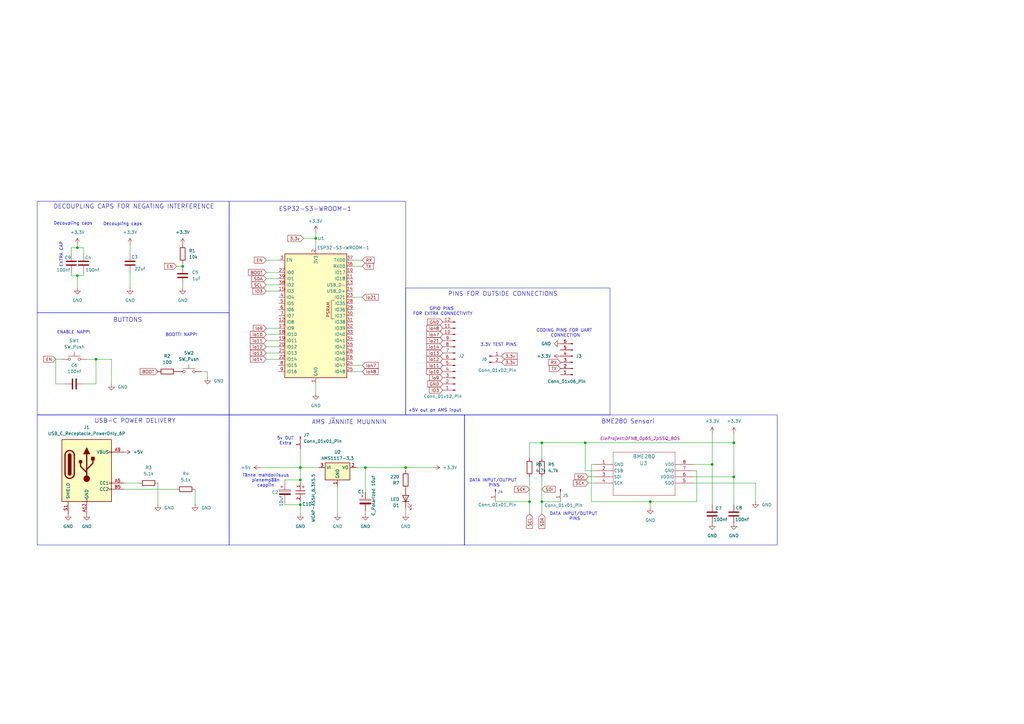
<source format=kicad_sch>
(kicad_sch (version 20250114) (generator "eeschema") (generator_version "9.0")
  (paper "A3")
  (title_block (title "WeatherStation") (date "25.03.2025") (rev "0.1.0") (company "Made by Ryhmä_8"))
  (lib_symbols
    (symbol "2025-03-25_15-26-30:BME280" (pin_names (offset 0.254))
      (property "Reference" "U" (at 20.32 10.16 0))
      (property "Value" "BME280" (at 20.32 7.62 0))
      (symbol "BME280_0_1"
        (polyline (pts (xy 7.62 5.08) (xy 7.62 -12.7)) (stroke (width 0.127)))
        (polyline (pts (xy 7.62 -12.7) (xy 33.02 -12.7)) (stroke (width 0.127)))
        (polyline (pts (xy 33.02 5.08) (xy 7.62 5.08)) (stroke (width 0.127)))
        (polyline (pts (xy 33.02 -12.7) (xy 33.02 5.08)) (stroke (width 0.127)))
        (pin power_out line (at 0 0 0) (length 7.62) (name "GND") (number "1"))
        (pin input line (at 0 -2.54 0) (length 7.62) (name "CSB") (number "2"))
        (pin bidirectional line (at 0 -5.08 0) (length 7.62) (name "SDI") (number "3"))
        (pin input line (at 0 -7.62 0) (length 7.62) (name "SCK") (number "4"))
        (pin power_in line (at 40.64 0 180) (length 7.62) (name "VDD") (number "8"))
        (pin power_out line (at 40.64 -2.54 180) (length 7.62) (name "GND") (number "7"))
        (pin power_in line (at 40.64 -5.08 180) (length 7.62) (name "VDDIO") (number "6"))
        (pin bidirectional line (at 40.64 -7.62 180) (length 7.62) (name "SDO") (number "5"))
      )
    )
    (symbol "Connector:Conn_01x01_Pin" (pin_names (offset 1.016) (hide yes))
      (property "Reference" "J" (at 0 2.54 0))
      (property "Value" "Conn_01x01_Pin" (at 0 -2.54 0))
      (symbol "Conn_01x01_Pin_1_1"
        (rectangle (start 0.8636 0.127) (end 0 -0.127) (stroke (width 0.1524)) (fill (type outline)))
        (polyline (pts (xy 1.27 0) (xy 0.8636 0)) (stroke (width 0.1524)))
        (pin passive line (at 5.08 0 180) (length 3.81) (name "Pin_1") (number "1"))
      )
    )
    (symbol "Connector:Conn_01x02_Pin" (pin_names (offset 1.016) (hide yes))
      (property "Reference" "J" (at 0 2.54 0))
      (property "Value" "Conn_01x02_Pin" (at 0 -5.08 0))
      (symbol "Conn_01x02_Pin_1_1"
        (rectangle (start 0.8636 0.127) (end 0 -0.127) (stroke (width 0.1524)) (fill (type outline)))
        (rectangle (start 0.8636 -2.413) (end 0 -2.667) (stroke (width 0.1524)) (fill (type outline)))
        (polyline (pts (xy 1.27 0) (xy 0.8636 0)) (stroke (width 0.1524)))
        (polyline (pts (xy 1.27 -2.54) (xy 0.8636 -2.54)) (stroke (width 0.1524)))
        (pin passive line (at 5.08 0 180) (length 3.81) (name "Pin_1") (number "1"))
        (pin passive line (at 5.08 -2.54 180) (length 3.81) (name "Pin_2") (number "2"))
      )
    )
    (symbol "Connector:Conn_01x06_Pin" (pin_names (offset 1.016) (hide yes))
      (property "Reference" "J" (at 0 7.62 0))
      (property "Value" "Conn_01x06_Pin" (at 0 -10.16 0))
      (symbol "Conn_01x06_Pin_1_1"
        (rectangle (start 0.8636 5.207) (end 0 4.953) (stroke (width 0.1524)) (fill (type outline)))
        (rectangle (start 0.8636 2.667) (end 0 2.413) (stroke (width 0.1524)) (fill (type outline)))
        (rectangle (start 0.8636 0.127) (end 0 -0.127) (stroke (width 0.1524)) (fill (type outline)))
        (rectangle (start 0.8636 -2.413) (end 0 -2.667) (stroke (width 0.1524)) (fill (type outline)))
        (rectangle (start 0.8636 -4.953) (end 0 -5.207) (stroke (width 0.1524)) (fill (type outline)))
        (rectangle (start 0.8636 -7.493) (end 0 -7.747) (stroke (width 0.1524)) (fill (type outline)))
        (polyline (pts (xy 1.27 5.08) (xy 0.8636 5.08)) (stroke (width 0.1524)))
        (polyline (pts (xy 1.27 2.54) (xy 0.8636 2.54)) (stroke (width 0.1524)))
        (polyline (pts (xy 1.27 0) (xy 0.8636 0)) (stroke (width 0.1524)))
        (polyline (pts (xy 1.27 -2.54) (xy 0.8636 -2.54)) (stroke (width 0.1524)))
        (polyline (pts (xy 1.27 -5.08) (xy 0.8636 -5.08)) (stroke (width 0.1524)))
        (polyline (pts (xy 1.27 -7.62) (xy 0.8636 -7.62)) (stroke (width 0.1524)))
        (pin passive line (at 5.08 5.08 180) (length 3.81) (name "Pin_1") (number "1"))
        (pin passive line (at 5.08 2.54 180) (length 3.81) (name "Pin_2") (number "2"))
        (pin passive line (at 5.08 0 180) (length 3.81) (name "Pin_3") (number "3"))
        (pin passive line (at 5.08 -2.54 180) (length 3.81) (name "Pin_4") (number "4"))
        (pin passive line (at 5.08 -5.08 180) (length 3.81) (name "Pin_5") (number "5"))
        (pin passive line (at 5.08 -7.62 180) (length 3.81) (name "Pin_6") (number "6"))
      )
    )
    (symbol "Connector:Conn_01x12_Pin" (pin_names (offset 1.016) (hide yes))
      (property "Reference" "J" (at 0 15.24 0))
      (property "Value" "Conn_01x12_Pin" (at 0 -17.78 0))
      (symbol "Conn_01x12_Pin_1_1"
        (rectangle (start 0.8636 12.827) (end 0 12.573) (stroke (width 0.1524)) (fill (type outline)))
        (rectangle (start 0.8636 10.287) (end 0 10.033) (stroke (width 0.1524)) (fill (type outline)))
        (rectangle (start 0.8636 7.747) (end 0 7.493) (stroke (width 0.1524)) (fill (type outline)))
        (rectangle (start 0.8636 5.207) (end 0 4.953) (stroke (width 0.1524)) (fill (type outline)))
        (rectangle (start 0.8636 2.667) (end 0 2.413) (stroke (width 0.1524)) (fill (type outline)))
        (rectangle (start 0.8636 0.127) (end 0 -0.127) (stroke (width 0.1524)) (fill (type outline)))
        (rectangle (start 0.8636 -2.413) (end 0 -2.667) (stroke (width 0.1524)) (fill (type outline)))
        (rectangle (start 0.8636 -4.953) (end 0 -5.207) (stroke (width 0.1524)) (fill (type outline)))
        (rectangle (start 0.8636 -7.493) (end 0 -7.747) (stroke (width 0.1524)) (fill (type outline)))
        (rectangle (start 0.8636 -10.033) (end 0 -10.287) (stroke (width 0.1524)) (fill (type outline)))
        (rectangle (start 0.8636 -12.573) (end 0 -12.827) (stroke (width 0.1524)) (fill (type outline)))
        (rectangle (start 0.8636 -15.113) (end 0 -15.367) (stroke (width 0.1524)) (fill (type outline)))
        (polyline (pts (xy 1.27 12.7) (xy 0.8636 12.7)) (stroke (width 0.1524)))
        (polyline (pts (xy 1.27 10.16) (xy 0.8636 10.16)) (stroke (width 0.1524)))
        (polyline (pts (xy 1.27 7.62) (xy 0.8636 7.62)) (stroke (width 0.1524)))
        (polyline (pts (xy 1.27 5.08) (xy 0.8636 5.08)) (stroke (width 0.1524)))
        (polyline (pts (xy 1.27 2.54) (xy 0.8636 2.54)) (stroke (width 0.1524)))
        (polyline (pts (xy 1.27 0) (xy 0.8636 0)) (stroke (width 0.1524)))
        (polyline (pts (xy 1.27 -2.54) (xy 0.8636 -2.54)) (stroke (width 0.1524)))
        (polyline (pts (xy 1.27 -5.08) (xy 0.8636 -5.08)) (stroke (width 0.1524)))
        (polyline (pts (xy 1.27 -7.62) (xy 0.8636 -7.62)) (stroke (width 0.1524)))
        (polyline (pts (xy 1.27 -10.16) (xy 0.8636 -10.16)) (stroke (width 0.1524)))
        (polyline (pts (xy 1.27 -12.7) (xy 0.8636 -12.7)) (stroke (width 0.1524)))
        (polyline (pts (xy 1.27 -15.24) (xy 0.8636 -15.24)) (stroke (width 0.1524)))
        (pin passive line (at 5.08 12.7 180) (length 3.81) (name "Pin_1") (number "1"))
        (pin passive line (at 5.08 10.16 180) (length 3.81) (name "Pin_2") (number "2"))
        (pin passive line (at 5.08 7.62 180) (length 3.81) (name "Pin_3") (number "3"))
        (pin passive line (at 5.08 5.08 180) (length 3.81) (name "Pin_4") (number "4"))
        (pin passive line (at 5.08 2.54 180) (length 3.81) (name "Pin_5") (number "5"))
        (pin passive line (at 5.08 0 180) (length 3.81) (name "Pin_6") (number "6"))
        (pin passive line (at 5.08 -2.54 180) (length 3.81) (name "Pin_7") (number "7"))
        (pin passive line (at 5.08 -5.08 180) (length 3.81) (name "Pin_8") (number "8"))
        (pin passive line (at 5.08 -7.62 180) (length 3.81) (name "Pin_9") (number "9"))
        (pin passive line (at 5.08 -10.16 180) (length 3.81) (name "Pin_10") (number "10"))
        (pin passive line (at 5.08 -12.7 180) (length 3.81) (name "Pin_11") (number "11"))
        (pin passive line (at 5.08 -15.24 180) (length 3.81) (name "Pin_12") (number "12"))
      )
    )
    (symbol "Connector:USB_C_Receptacle_PowerOnly_6P" (pin_names (offset 1.016))
      (property "Reference" "J" (at 0 16.51 0))
      (property "Value" "USB_C_Receptacle_PowerOnly_6P" (at 0 13.97 0))
      (symbol "USB_C_Receptacle_PowerOnly_6P_0_0"
        (rectangle (start -0.254 -12.7) (end 0.254 -11.684))
        (rectangle (start 10.16 7.874) (end 9.144 7.366))
        (rectangle (start 10.16 -4.826) (end 9.144 -5.334))
        (rectangle (start 10.16 -7.366) (end 9.144 -7.874))
      )
      (symbol "USB_C_Receptacle_PowerOnly_6P_0_1"
        (rectangle (start -10.16 12.7) (end 10.16 -12.7) (stroke (width 0.254)) (fill (type background)))
        (polyline (pts (xy -8.89 -1.27) (xy -8.89 6.35)) (stroke (width 0.508)))
        (rectangle (start -7.62 -1.27) (end -6.35 6.35) (stroke (width 0.254)) (fill (type outline)))
        (arc (start -7.62 6.35) (mid -6.985 6.9823) (end -6.35 6.35) (stroke (width 0.254)))
        (arc (start -7.62 6.35) (mid -6.985 6.9823) (end -6.35 6.35) (stroke (width 0.254)) (fill (type outline)))
        (arc (start -8.89 6.35) (mid -6.985 8.2467) (end -5.08 6.35) (stroke (width 0.508)))
        (arc (start -5.08 -1.27) (mid -6.985 -3.1667) (end -8.89 -1.27) (stroke (width 0.508)))
        (arc (start -6.35 -1.27) (mid -6.985 -1.9023) (end -7.62 -1.27) (stroke (width 0.254)))
        (arc (start -6.35 -1.27) (mid -6.985 -1.9023) (end -7.62 -1.27) (stroke (width 0.254)) (fill (type outline)))
        (polyline (pts (xy -5.08 6.35) (xy -5.08 -1.27)) (stroke (width 0.508)))
        (circle (center -2.54 3.683) (radius 0.635) (stroke (width 0.254)) (fill (type outline)))
        (polyline (pts (xy -1.27 6.858) (xy 0 9.398) (xy 1.27 6.858) (xy -1.27 6.858)) (stroke (width 0.254)) (fill (type outline)))
        (polyline (pts (xy 0 0.508) (xy 2.54 3.048) (xy 2.54 4.318)) (stroke (width 0.508)))
        (polyline (pts (xy 0 -0.762) (xy -2.54 1.778) (xy -2.54 3.048)) (stroke (width 0.508)))
        (polyline (pts (xy 0 -3.302) (xy 0 6.858)) (stroke (width 0.508)))
        (circle (center 0 -3.302) (radius 1.27) (fill (type outline)))
        (rectangle (start 1.905 4.318) (end 3.175 5.588) (stroke (width 0.254)) (fill (type outline)))
      )
      (symbol "USB_C_Receptacle_PowerOnly_6P_1_1"
        (pin passive line (at -7.62 -17.78 90) (length 5.08) (name "SHIELD") (number "S1"))
        (pin passive line (at 0 -17.78 90) (length 5.08) (name "GND") (number "A12"))
        (pin passive line (at 0 -17.78 90) (length 5.08) (hide yes) (name "GND") (number "B12"))
        (pin passive line (at 15.24 7.62 180) (length 5.08) (name "VBUS") (number "A9"))
        (pin passive line (at 15.24 7.62 180) (length 5.08) (hide yes) (name "VBUS") (number "B9"))
        (pin bidirectional line (at 15.24 -5.08 180) (length 5.08) (name "CC1") (number "A5"))
        (pin bidirectional line (at 15.24 -7.62 180) (length 5.08) (name "CC2") (number "B5"))
      )
    )
    (symbol "Device:C" (pin_numbers (hide yes)) (pin_names (offset 0.254))
      (property "Reference" "C" (at 0.635 2.54 0))
      (property "Value" "C" (at 0.635 -2.54 0))
      (symbol "C_0_1"
        (polyline (pts (xy -2.032 0.762) (xy 2.032 0.762)) (stroke (width 0.508)))
        (polyline (pts (xy -2.032 -0.762) (xy 2.032 -0.762)) (stroke (width 0.508)))
      )
      (symbol "C_1_1"
        (pin passive line (at 0 3.81 270) (length 2.794) (name "~") (number "1"))
        (pin passive line (at 0 -3.81 90) (length 2.794) (name "~") (number "2"))
      )
    )
    (symbol "Device:C_Polarized" (pin_numbers (hide yes)) (pin_names (offset 0.254))
      (property "Reference" "C" (at 0.635 2.54 0))
      (property "Value" "C_Polarized" (at 0.635 -2.54 0))
      (symbol "C_Polarized_0_1"
        (rectangle (start -2.286 0.508) (end 2.286 1.016))
        (polyline (pts (xy -1.778 2.286) (xy -0.762 2.286)))
        (polyline (pts (xy -1.27 2.794) (xy -1.27 1.778)))
        (rectangle (start 2.286 -0.508) (end -2.286 -1.016) (fill (type outline)))
      )
      (symbol "C_Polarized_1_1"
        (pin passive line (at 0 3.81 270) (length 2.794) (name "~") (number "1"))
        (pin passive line (at 0 -3.81 90) (length 2.794) (name "~") (number "2"))
      )
    )
    (symbol "Device:LED" (pin_numbers (hide yes)) (pin_names (offset 1.016) (hide yes))
      (property "Reference" "D" (at 0 2.54 0))
      (property "Value" "LED" (at 0 -2.54 0))
      (symbol "LED_0_1"
        (polyline (pts (xy -3.048 -0.762) (xy -4.572 -2.286) (xy -3.81 -2.286) (xy -4.572 -2.286) (xy -4.572 -1.524)))
        (polyline (pts (xy -1.778 -0.762) (xy -3.302 -2.286) (xy -2.54 -2.286) (xy -3.302 -2.286) (xy -3.302 -1.524)))
        (polyline (pts (xy -1.27 0) (xy 1.27 0)))
        (polyline (pts (xy -1.27 -1.27) (xy -1.27 1.27)) (stroke (width 0.254)))
        (polyline (pts (xy 1.27 -1.27) (xy 1.27 1.27) (xy -1.27 0) (xy 1.27 -1.27)) (stroke (width 0.254)))
      )
      (symbol "LED_1_1"
        (pin passive line (at -3.81 0 0) (length 2.54) (name "K") (number "1"))
        (pin passive line (at 3.81 0 180) (length 2.54) (name "A") (number "2"))
      )
    )
    (symbol "Device:R" (pin_numbers (hide yes)) (pin_names (offset 0))
      (property "Reference" "R" (at 2.032 0 90))
      (property "Value" "R" (at 0 0 90))
      (symbol "R_0_1"
        (rectangle (start -1.016 -2.54) (end 1.016 2.54) (stroke (width 0.254)))
      )
      (symbol "R_1_1"
        (pin passive line (at 0 3.81 270) (length 1.27) (name "~") (number "1"))
        (pin passive line (at 0 -3.81 90) (length 1.27) (name "~") (number "2"))
      )
    )
    (symbol "EleProjekt:WCAP-AS5H_6.3X5.5" (pin_names (offset 1.016))
      (property "Reference" "C" (at 1.175 3.38 0))
      (property "Value" "WCAP-AS5H_6.3X5.5" (at 0.915 -5.075 0))
      (symbol "WCAP-AS5H_6.3X5.5_0_0"
        (polyline (pts (xy 0 0) (xy 0.6426 0)) (stroke (width 0.1524)))
        (polyline (pts (xy 0.635 -1.905) (xy 0.635 1.905)) (stroke (width 0.254)))
        (polyline (pts (xy 1.905 1.905) (xy 1.905 -1.905)) (stroke (width 0.254)))
        (polyline (pts (xy 1.9279 0) (xy 2.5705 0)) (stroke (width 0.1524)))
        (text "+" (at 2.54 -1.905 0) (effects (font (size 1.4224 1.4224)) (justify left bottom)))
        (pin passive line (at -2.54 0 0) (length 2.54) (name "~") (number "2"))
        (pin passive line (at 5.08 0 180) (length 2.54) (name "~") (number "1"))
      )
    )
    (symbol "RF_Module:ESP32-S3-WROOM-1"
      (property "Reference" "U" (at -12.7 26.67 0))
      (property "Value" "ESP32-S3-WROOM-1" (at 12.7 26.67 0))
      (symbol "ESP32-S3-WROOM-1_0_0"
        (rectangle (start -12.7 25.4) (end 12.7 -25.4) (stroke (width 0.254)) (fill (type background)))
        (text "PSRAM" (at 5.08 2.54 900) (effects (font (size 1.27 1.27))))
      )
      (symbol "ESP32-S3-WROOM-1_0_1"
        (polyline (pts (xy 7.62 -1.27) (xy 6.35 -1.27) (xy 6.35 6.35) (xy 7.62 6.35)))
      )
      (symbol "ESP32-S3-WROOM-1_1_1"
        (pin input line (at -15.24 22.86 0) (length 2.54) (name "EN") (number "3"))
        (pin bidirectional line (at -15.24 17.78 0) (length 2.54) (name "IO0") (number "27"))
        (pin bidirectional line (at -15.24 15.24 0) (length 2.54) (name "IO1") (number "39"))
        (pin bidirectional line (at -15.24 12.7 0) (length 2.54) (name "IO2") (number "38"))
        (pin bidirectional line (at -15.24 10.16 0) (length 2.54) (name "IO3") (number "15"))
        (pin bidirectional line (at -15.24 7.62 0) (length 2.54) (name "IO4") (number "4"))
        (pin bidirectional line (at -15.24 5.08 0) (length 2.54) (name "IO5") (number "5"))
        (pin bidirectional line (at -15.24 2.54 0) (length 2.54) (name "IO6") (number "6"))
        (pin bidirectional line (at -15.24 0 0) (length 2.54) (name "IO7") (number "7"))
        (pin bidirectional line (at -15.24 -2.54 0) (length 2.54) (name "IO8") (number "12"))
        (pin bidirectional line (at -15.24 -5.08 0) (length 2.54) (name "IO9") (number "17"))
        (pin bidirectional line (at -15.24 -7.62 0) (length 2.54) (name "IO10") (number "18"))
        (pin bidirectional line (at -15.24 -10.16 0) (length 2.54) (name "IO11") (number "19"))
        (pin bidirectional line (at -15.24 -12.7 0) (length 2.54) (name "IO12") (number "20"))
        (pin bidirectional line (at -15.24 -15.24 0) (length 2.54) (name "IO13") (number "21"))
        (pin bidirectional line (at -15.24 -17.78 0) (length 2.54) (name "IO14") (number "22"))
        (pin bidirectional line (at -15.24 -20.32 0) (length 2.54) (name "IO15") (number "8"))
        (pin bidirectional line (at -15.24 -22.86 0) (length 2.54) (name "IO16") (number "9"))
        (pin power_in line (at 0 27.94 270) (length 2.54) (name "3V3") (number "2"))
        (pin power_in line (at 0 -27.94 90) (length 2.54) (name "GND") (number "1"))
        (pin passive line (at 0 -27.94 90) (length 2.54) (hide yes) (name "GND") (number "40"))
        (pin passive line (at 0 -27.94 90) (length 2.54) (hide yes) (name "GND") (number "41"))
        (pin bidirectional line (at 15.24 22.86 180) (length 2.54) (name "TXD0") (number "37"))
        (pin bidirectional line (at 15.24 20.32 180) (length 2.54) (name "RXD0") (number "36"))
        (pin bidirectional line (at 15.24 17.78 180) (length 2.54) (name "IO17") (number "10"))
        (pin bidirectional line (at 15.24 15.24 180) (length 2.54) (name "IO18") (number "11"))
        (pin bidirectional line (at 15.24 12.7 180) (length 2.54) (name "USB_D-") (number "13"))
        (pin bidirectional line (at 15.24 10.16 180) (length 2.54) (name "USB_D+") (number "14"))
        (pin bidirectional line (at 15.24 7.62 180) (length 2.54) (name "IO21") (number "23"))
        (pin bidirectional line (at 15.24 5.08 180) (length 2.54) (name "IO35") (number "28"))
        (pin bidirectional line (at 15.24 2.54 180) (length 2.54) (name "IO36") (number "29"))
        (pin bidirectional line (at 15.24 0 180) (length 2.54) (name "IO37") (number "30"))
        (pin bidirectional line (at 15.24 -2.54 180) (length 2.54) (name "IO38") (number "31"))
        (pin bidirectional line (at 15.24 -5.08 180) (length 2.54) (name "IO39") (number "32"))
        (pin bidirectional line (at 15.24 -7.62 180) (length 2.54) (name "IO40") (number "33"))
        (pin bidirectional line (at 15.24 -10.16 180) (length 2.54) (name "IO41") (number "34"))
        (pin bidirectional line (at 15.24 -12.7 180) (length 2.54) (name "IO42") (number "35"))
        (pin bidirectional line (at 15.24 -15.24 180) (length 2.54) (name "IO45") (number "26"))
        (pin bidirectional line (at 15.24 -17.78 180) (length 2.54) (name "IO46") (number "16"))
        (pin bidirectional line (at 15.24 -20.32 180) (length 2.54) (name "IO47") (number "24"))
        (pin bidirectional line (at 15.24 -22.86 180) (length 2.54) (name "IO48") (number "25"))
      )
    )
    (symbol "Regulator_Linear:AMS1117-3.3"
      (property "Reference" "U" (at -3.81 3.175 0))
      (property "Value" "AMS1117-3.3" (at 0 3.175 0))
      (symbol "AMS1117-3.3_0_1"
        (rectangle (start -5.08 -5.08) (end 5.08 1.905) (stroke (width 0.254)) (fill (type background)))
      )
      (symbol "AMS1117-3.3_1_1"
        (pin power_in line (at -7.62 0 0) (length 2.54) (name "VI") (number "3"))
        (pin power_in line (at 0 -7.62 90) (length 2.54) (name "GND") (number "1"))
        (pin power_out line (at 7.62 0 180) (length 2.54) (name "VO") (number "2"))
      )
    )
    (symbol "Switch:SW_Push" (pin_numbers (hide yes)) (pin_names (offset 1.016) (hide yes))
      (property "Reference" "SW" (at 1.27 2.54 0))
      (property "Value" "SW_Push" (at 0 -1.524 0))
      (symbol "SW_Push_0_1"
        (circle (center -2.032 0) (radius 0.508))
        (polyline (pts (xy 0 1.27) (xy 0 3.048)))
        (circle (center 2.032 0) (radius 0.508))
        (polyline (pts (xy 2.54 1.27) (xy -2.54 1.27)))
        (pin passive line (at -5.08 0 0) (length 2.54) (name "1") (number "1"))
        (pin passive line (at 5.08 0 180) (length 2.54) (name "2") (number "2"))
      )
    )
    (symbol "power:+3.3V" (power) (pin_numbers (hide yes)) (pin_names (offset 0) (hide yes))
      (property "Value" "+3.3V" (at 0 3.556 0))
      (symbol "+3.3V_0_1"
        (polyline (pts (xy -0.762 1.27) (xy 0 2.54)))
        (polyline (pts (xy 0 2.54) (xy 0.762 1.27)))
        (polyline (pts (xy 0 0) (xy 0 2.54)))
      )
      (symbol "+3.3V_1_1"
        (pin power_in line (at 0 0 90) (length 0) (name "~") (number "1"))
      )
    )
    (symbol "power:+5V" (power) (pin_numbers (hide yes)) (pin_names (offset 0) (hide yes))
      (property "Value" "+5V" (at 0 3.556 0))
      (symbol "+5V_0_1"
        (polyline (pts (xy -0.762 1.27) (xy 0 2.54)))
        (polyline (pts (xy 0 2.54) (xy 0.762 1.27)))
        (polyline (pts (xy 0 0) (xy 0 2.54)))
      )
      (symbol "+5V_1_1"
        (pin power_in line (at 0 0 90) (length 0) (name "~") (number "1"))
      )
    )
    (symbol "power:GND" (power) (pin_numbers (hide yes)) (pin_names (offset 0) (hide yes))
      (property "Value" "GND" (at 0 -3.81 0))
      (symbol "GND_0_1"
        (polyline (pts (xy 0 0) (xy 0 -1.27) (xy 1.27 -1.27) (xy 0 -2.54) (xy -1.27 -1.27) (xy 0 -1.27)))
      )
      (symbol "GND_1_1"
        (pin power_in line (at 0 0 270) (length 0) (name "~") (number "1"))
      )
    )
  )
  (rectangle (start 15.24 82.55) (end 93.98 128.27))
  (rectangle (start 15.24 170.18) (end 93.98 223.52))
  (rectangle (start 166.37 118.11) (end 250.19 170.18))
  (rectangle (start 15.24 128.27) (end 93.98 170.18))
  (rectangle (start 93.98 170.18) (end 190.5 223.52))
  (rectangle (start 190.5 170.18) (end 318.77 223.52))
  (rectangle (start 93.98 82.55) (end 166.37 170.18))
  (text "BME280 Sensori\n" (at 257.556 172.974 0) (effects (font (size 1.778 1.778))))
  (text "Tänne mahdollisuus\npienempään\ncappiin\n" (at 108.966 197.104 0) (effects (font (size 1.27 1.27))))
  (text "DATA INPUT/OUTPUT \nPINS" (at 235.712 211.836 0) (effects (font (size 1.27 1.27))))
  (text "DATA INPUT/OUTPUT \nPINS" (at 202.692 198.12 0) (effects (font (size 1.27 1.27))))
  (text "EXTRA CAP\n" (at 25.146 104.394 90) (effects (font (size 1.27 1.27))))
  (text "Decoupling caps\n" (at 29.972 91.694 0) (effects (font (size 1.27 1.27))))
  (text "5v OUT\nExtra" (at 117.094 180.848 0) (effects (font (size 1.27 1.27))))
  (text "GPIO PINS \nFOR EXTRA CONNECTIVITY" (at 181.61 127.762 0) (effects (font (size 1.27 1.27))))
  (text "USB-C POWER DELIVERY" (at 55.372 172.72 0) (effects (font (size 1.778 1.778))))
  (text "3.3V TEST PINS" (at 204.47 141.478 0) (effects (font (size 1.27 1.27))))
  (text "DECOUPLING CAPS FOR NEGATING INTERFERENCE" (at 54.864 84.836 0) (effects (font (size 1.778 1.778))))
  (text "ENABLE NAPPI" (at 30.226 136.398 0) (effects (font (size 1.27 1.27))))
  (text "Decoupling caps\n" (at 50.292 91.948 0) (effects (font (size 1.27 1.27))))
  (text "+5V out on AMS input" (at 178.308 168.402 0) (effects (font (size 1.27 1.27))))
  (text "PINS FOR OUTSIDE CONNECTIONS\n" (at 206.248 120.65 0) (effects (font (size 1.778 1.778))))
  (text "BUTTONS\n" (at 52.324 131.318 0) (effects (font (size 1.778 1.778))))
  (text "ESP32-S3-WROOM-1" (at 129.286 85.852 0) (effects (font (size 1.778 1.778))))
  (text "BOOTTI NAPPI" (at 74.422 137.414 0) (effects (font (size 1.27 1.27))))
  (text "AMS JÄNNITE MUUNNIN\n" (at 143.256 173.228 0) (effects (font (size 1.778 1.778))))
  (text "CODING PINS FOR UART \nCONNECTION" (at 231.902 136.652 0) (effects (font (size 1.27 1.27))))
  (junction (at 129.54 97.79))
  (junction (at 217.17 205.74))
  (junction (at 266.7 205.74))
  (junction (at 240.03 181.61))
  (junction (at 292.1 190.5))
  (junction (at 74.93 109.22))
  (junction (at 31.75 101.6))
  (junction (at 31.75 113.03))
  (junction (at 300.99 195.58))
  (junction (at 166.37 191.77))
  (junction (at 222.25 205.74))
  (junction (at 300.99 181.61))
  (junction (at 123.19 196.85))
  (junction (at 39.37 147.32))
  (junction (at 123.19 207.01))
  (junction (at 149.86 191.77))
  (junction (at 123.19 191.77))
  (junction (at 222.25 181.61))
  (wire (pts (xy 116.84 198.12) (xy 116.84 196.85)))
  (wire (pts (xy 166.37 210.82) (xy 166.37 208.28)))
  (wire (pts (xy 148.59 121.92) (xy 144.78 121.92)))
  (wire (pts (xy 284.48 195.58) (xy 300.99 195.58)))
  (wire (pts (xy 148.59 109.22) (xy 144.78 109.22)))
  (wire (pts (xy 109.22 111.76) (xy 114.3 111.76)))
  (wire (pts (xy 109.22 134.62) (xy 114.3 134.62)))
  (wire (pts (xy 53.34 111.76) (xy 53.34 118.11)))
  (wire (pts (xy 34.29 101.6) (xy 34.29 104.14)))
  (wire (pts (xy 166.37 191.77) (xy 177.8 191.77)))
  (wire (pts (xy 80.01 207.01) (xy 80.01 200.66)))
  (wire (pts (xy 116.84 207.01) (xy 123.19 207.01)))
  (wire (pts (xy 123.19 196.85) (xy 123.19 198.12)))
  (wire (pts (xy 116.84 196.85) (xy 123.19 196.85)))
  (wire (pts (xy 109.22 137.16) (xy 114.3 137.16)))
  (wire (pts (xy 129.54 97.79) (xy 129.54 101.6)))
  (wire (pts (xy 129.54 157.48) (xy 129.54 161.29)))
  (wire (pts (xy 109.22 147.32) (xy 114.3 147.32)))
  (wire (pts (xy 266.7 205.74) (xy 266.7 208.28)))
  (wire (pts (xy 50.8 198.12) (xy 57.15 198.12)))
  (wire (pts (xy 22.86 157.48) (xy 22.86 147.32)))
  (wire (pts (xy 35.56 147.32) (xy 39.37 147.32)))
  (wire (pts (xy 148.59 149.86) (xy 144.78 149.86)))
  (wire (pts (xy 116.84 205.74) (xy 116.84 207.01)))
  (wire (pts (xy 309.88 198.12) (xy 284.48 198.12)))
  (wire (pts (xy 149.86 209.55) (xy 149.86 210.82)))
  (wire (pts (xy 109.22 119.38) (xy 114.3 119.38)))
  (wire (pts (xy 243.84 193.04) (xy 240.03 193.04)))
  (wire (pts (xy 123.19 205.74) (xy 123.19 207.01)))
  (wire (pts (xy 284.48 193.04) (xy 285.75 193.04)))
  (wire (pts (xy 34.29 113.03) (xy 34.29 111.76)))
  (wire (pts (xy 146.05 191.77) (xy 149.86 191.77)))
  (wire (pts (xy 222.25 205.74) (xy 229.87 205.74)))
  (wire (pts (xy 222.25 205.74) (xy 222.25 210.82)))
  (wire (pts (xy 85.09 154.94) (xy 85.09 152.4)))
  (wire (pts (xy 31.75 113.03) (xy 34.29 113.03)))
  (wire (pts (xy 109.22 139.7) (xy 114.3 139.7)))
  (wire (pts (xy 242.57 205.74) (xy 266.7 205.74)))
  (wire (pts (xy 300.99 195.58) (xy 300.99 207.01)))
  (wire (pts (xy 217.17 181.61) (xy 222.25 181.61)))
  (wire (pts (xy 166.37 193.04) (xy 166.37 191.77)))
  (wire (pts (xy 217.17 205.74) (xy 217.17 210.82)))
  (wire (pts (xy 74.93 118.11) (xy 74.93 116.84)))
  (wire (pts (xy 72.39 109.22) (xy 74.93 109.22)))
  (wire (pts (xy 203.2 205.74) (xy 217.17 205.74)))
  (wire (pts (xy 123.19 184.15) (xy 123.19 191.77)))
  (wire (pts (xy 149.86 191.77) (xy 149.86 201.93)))
  (wire (pts (xy 109.22 106.68) (xy 114.3 106.68)))
  (wire (pts (xy 31.75 113.03) (xy 31.75 118.11)))
  (wire (pts (xy 240.03 181.61) (xy 240.03 193.04)))
  (wire (pts (xy 123.19 207.01) (xy 123.19 210.82)))
  (wire (pts (xy 222.25 181.61) (xy 240.03 181.61)))
  (wire (pts (xy 124.46 97.79) (xy 129.54 97.79)))
  (wire (pts (xy 138.43 199.39) (xy 138.43 210.82)))
  (wire (pts (xy 29.21 101.6) (xy 31.75 101.6)))
  (wire (pts (xy 85.09 152.4) (xy 82.55 152.4)))
  (wire (pts (xy 50.8 200.66) (xy 72.39 200.66)))
  (wire (pts (xy 53.34 100.33) (xy 53.34 104.14)))
  (wire (pts (xy 45.72 157.48) (xy 45.72 147.32)))
  (wire (pts (xy 123.19 191.77) (xy 123.19 196.85)))
  (wire (pts (xy 300.99 181.61) (xy 300.99 195.58)))
  (wire (pts (xy 241.3 198.12) (xy 243.84 198.12)))
  (wire (pts (xy 309.88 205.74) (xy 309.88 198.12)))
  (wire (pts (xy 34.29 157.48) (xy 39.37 157.48)))
  (wire (pts (xy 285.75 193.04) (xy 285.75 205.74)))
  (wire (pts (xy 109.22 116.84) (xy 114.3 116.84)))
  (wire (pts (xy 74.93 107.95) (xy 74.93 109.22)))
  (wire (pts (xy 300.99 177.8) (xy 300.99 181.61)))
  (wire (pts (xy 149.86 191.77) (xy 166.37 191.77)))
  (wire (pts (xy 39.37 157.48) (xy 39.37 147.32)))
  (wire (pts (xy 222.25 181.61) (xy 222.25 187.96)))
  (wire (pts (xy 222.25 195.58) (xy 222.25 205.74)))
  (wire (pts (xy 26.67 157.48) (xy 22.86 157.48)))
  (wire (pts (xy 292.1 177.8) (xy 292.1 190.5)))
  (wire (pts (xy 123.19 191.77) (xy 130.81 191.77)))
  (wire (pts (xy 148.59 152.4) (xy 144.78 152.4)))
  (wire (pts (xy 217.17 181.61) (xy 217.17 187.96)))
  (wire (pts (xy 284.48 190.5) (xy 292.1 190.5)))
  (wire (pts (xy 241.3 195.58) (xy 243.84 195.58)))
  (wire (pts (xy 45.72 147.32) (xy 39.37 147.32)))
  (wire (pts (xy 242.57 205.74) (xy 242.57 190.5)))
  (wire (pts (xy 240.03 181.61) (xy 300.99 181.61)))
  (wire (pts (xy 64.77 207.01) (xy 64.77 198.12)))
  (wire (pts (xy 292.1 190.5) (xy 292.1 207.01)))
  (wire (pts (xy 109.22 142.24) (xy 114.3 142.24)))
  (wire (pts (xy 29.21 104.14) (xy 29.21 101.6)))
  (wire (pts (xy 22.86 147.32) (xy 25.4 147.32)))
  (wire (pts (xy 29.21 113.03) (xy 31.75 113.03)))
  (wire (pts (xy 31.75 100.33) (xy 31.75 101.6)))
  (wire (pts (xy 148.59 106.68) (xy 144.78 106.68)))
  (wire (pts (xy 109.22 144.78) (xy 114.3 144.78)))
  (wire (pts (xy 29.21 111.76) (xy 29.21 113.03)))
  (wire (pts (xy 217.17 195.58) (xy 217.17 205.74)))
  (wire (pts (xy 266.7 205.74) (xy 285.75 205.74)))
  (wire (pts (xy 31.75 101.6) (xy 34.29 101.6)))
  (wire (pts (xy 129.54 95.25) (xy 129.54 97.79)))
  (wire (pts (xy 242.57 190.5) (xy 243.84 190.5)))
  (wire (pts (xy 106.68 191.77) (xy 123.19 191.77)))
  (wire (pts (xy 109.22 114.3) (xy 114.3 114.3)))
  (global_label "io11" (shape input) (at 109.22 139.7 180) (property "Intersheetrefs" "${INTERSHEET_REFS}" (effects (hide yes))))
  (global_label "io10" (shape input) (at 109.22 137.16 180) (property "Intersheetrefs" "${INTERSHEET_REFS}" (effects (hide yes))))
  (global_label "RX" (shape input) (at 148.59 106.68 0) (property "Intersheetrefs" "${INTERSHEET_REFS}" (effects (hide yes))))
  (global_label "RX" (shape input) (at 229.87 148.59 180) (property "Intersheetrefs" "${INTERSHEET_REFS}" (effects (hide yes))))
  (global_label "io12" (shape input) (at 109.22 142.24 180) (property "Intersheetrefs" "${INTERSHEET_REFS}" (effects (hide yes))))
  (global_label "TX" (shape input) (at 229.87 151.13 180) (property "Intersheetrefs" "${INTERSHEET_REFS}" (effects (hide yes))))
  (global_label "SDI" (shape input) (at 241.3 195.58 180) (property "Intersheetrefs" "${INTERSHEET_REFS}" (effects (hide yes))))
  (global_label "IO3" (shape input) (at 181.61 160.02 180) (property "Intersheetrefs" "${INTERSHEET_REFS}" (effects (hide yes))))
  (global_label "EN" (shape input) (at 72.39 109.22 180) (property "Intersheetrefs" "${INTERSHEET_REFS}" (effects (hide yes))))
  (global_label "GND" (shape input) (at 181.61 157.48 180) (property "Intersheetrefs" "${INTERSHEET_REFS}" (effects (hide yes))))
  (global_label "io48" (shape input) (at 181.61 134.62 180) (property "Intersheetrefs" "${INTERSHEET_REFS}" (effects (hide yes))))
  (global_label "io48" (shape input) (at 148.59 152.4 0) (property "Intersheetrefs" "${INTERSHEET_REFS}" (effects (hide yes))))
  (global_label "3.3v" (shape input) (at 205.74 146.05 0) (property "Intersheetrefs" "${INTERSHEET_REFS}" (effects (hide yes))))
  (global_label "SCK" (shape input) (at 241.3 198.12 180) (property "Intersheetrefs" "${INTERSHEET_REFS}" (effects (hide yes))))
  (global_label "io21" (shape input) (at 181.61 139.7 180) (property "Intersheetrefs" "${INTERSHEET_REFS}" (effects (hide yes))))
  (global_label "io13" (shape input) (at 181.61 144.78 180) (property "Intersheetrefs" "${INTERSHEET_REFS}" (effects (hide yes))))
  (global_label "io10" (shape input) (at 181.61 152.4 180) (property "Intersheetrefs" "${INTERSHEET_REFS}" (effects (hide yes))))
  (global_label "io14" (shape input) (at 109.22 147.32 180) (property "Intersheetrefs" "${INTERSHEET_REFS}" (effects (hide yes))))
  (global_label "io47" (shape input) (at 148.59 149.86 0) (property "Intersheetrefs" "${INTERSHEET_REFS}" (effects (hide yes))))
  (global_label "TX" (shape input) (at 148.59 109.22 0) (property "Intersheetrefs" "${INTERSHEET_REFS}" (effects (hide yes))))
  (global_label "SDI" (shape input) (at 222.25 200.66 0) (property "Intersheetrefs" "${INTERSHEET_REFS}" (effects (hide yes))))
  (global_label "EN" (shape input) (at 109.22 106.68 180) (property "Intersheetrefs" "${INTERSHEET_REFS}" (effects (hide yes))))
  (global_label "GND" (shape input) (at 181.61 132.08 180) (property "Intersheetrefs" "${INTERSHEET_REFS}" (effects (hide yes))))
  (global_label "IO3" (shape input) (at 109.22 119.38 180) (property "Intersheetrefs" "${INTERSHEET_REFS}" (effects (hide yes))))
  (global_label "SCK" (shape input) (at 217.17 200.66 180) (property "Intersheetrefs" "${INTERSHEET_REFS}" (effects (hide yes))))
  (global_label "BOOT" (shape input) (at 109.22 111.76 180) (property "Intersheetrefs" "${INTERSHEET_REFS}" (effects (hide yes))))
  (global_label "BOOT" (shape input) (at 64.77 152.4 180) (property "Intersheetrefs" "${INTERSHEET_REFS}" (effects (hide yes))))
  (global_label "io9" (shape input) (at 181.61 154.94 180) (property "Intersheetrefs" "${INTERSHEET_REFS}" (effects (hide yes))))
  (global_label "io21" (shape input) (at 148.59 121.92 0) (property "Intersheetrefs" "${INTERSHEET_REFS}" (effects (hide yes))))
  (global_label "3.3v" (shape input) (at 205.74 148.59 0) (property "Intersheetrefs" "${INTERSHEET_REFS}" (effects (hide yes))))
  (global_label "SCL" (shape input) (at 109.22 116.84 180) (property "Intersheetrefs" "${INTERSHEET_REFS}" (effects (hide yes))))
  (global_label "SDA" (shape input) (at 109.22 114.3 180) (property "Intersheetrefs" "${INTERSHEET_REFS}" (effects (hide yes))))
  (global_label "io47" (shape input) (at 181.61 137.16 180) (property "Intersheetrefs" "${INTERSHEET_REFS}" (effects (hide yes))))
  (global_label "3.3v" (shape input) (at 124.46 97.79 180) (property "Intersheetrefs" "${INTERSHEET_REFS}" (effects (hide yes))))
  (global_label "io11" (shape input) (at 181.61 149.86 180) (property "Intersheetrefs" "${INTERSHEET_REFS}" (effects (hide yes))))
  (global_label "io13" (shape input) (at 109.22 144.78 180) (property "Intersheetrefs" "${INTERSHEET_REFS}" (effects (hide yes))))
  (global_label "SDA" (shape input) (at 222.25 210.82 270) (property "Intersheetrefs" "${INTERSHEET_REFS}" (effects (hide yes))))
  (global_label "io9" (shape input) (at 109.22 134.62 180) (property "Intersheetrefs" "${INTERSHEET_REFS}" (effects (hide yes))))
  (global_label "EN" (shape input) (at 22.86 147.32 180) (property "Intersheetrefs" "${INTERSHEET_REFS}" (effects (hide yes))))
  (global_label "SCL" (shape input) (at 217.17 210.82 270) (property "Intersheetrefs" "${INTERSHEET_REFS}" (effects (hide yes))))
  (global_label "io12" (shape input) (at 181.61 147.32 180) (property "Intersheetrefs" "${INTERSHEET_REFS}" (effects (hide yes))))
  (global_label "io14" (shape input) (at 181.61 142.24 180) (property "Intersheetrefs" "${INTERSHEET_REFS}" (effects (hide yes))))
  (symbol (lib_id "power:GND") (at 149.86 210.82 0) (unit 1)
    (property "Reference" "#PWR06" (effects (hide yes)))
    (property "Value" "GND" (at 149.86 215.9 0))
    (property "Description" "Power symbol creates a global label with name \"GND\" , ground" (effects (hide yes)))
  )
  (symbol (lib_id "power:GND") (at 300.99 214.63 0) (unit 1)
    (property "Reference" "#PWR026" (effects (hide yes)))
    (property "Value" "GND" (at 300.99 219.71 0))
    (property "Description" "Power symbol creates a global label with name \"GND\" , ground" (effects (hide yes)))
  )
  (symbol (lib_id "Connector:Conn_01x02_Pin") (at 200.66 146.05 0) (unit 1)
    (property "Reference" "J6" (at 198.628 147.32 0))
    (property "Value" "Conn_01x02_Pin" (at 203.962 151.892 0))
    (property "Footprint" "Connector_PinHeader_2.54mm:PinHeader_1x02_P2.54mm_Vertical" (effects (hide yes)))
    (property "Description" "Generic connector, single row, 01x02, script generated" (effects (hide yes)))
  )
  (symbol (lib_id "power:GND") (at 27.94 210.82 0) (unit 1)
    (property "Reference" "#PWR017" (effects (hide yes)))
    (property "Value" "GND" (at 27.94 215.9 0))
    (property "Description" "Power symbol creates a global label with name \"GND\" , ground" (effects (hide yes)))
  )
  (symbol (lib_id "power:+5V") (at 106.68 191.77 90) (unit 1)
    (property "Reference" "#PWR03" (effects (hide yes)))
    (property "Value" "+5V" (at 102.87 191.7699 90) (effects (justify left)))
    (property "Description" "Power symbol creates a global label with name \"+5V\"" (effects (hide yes)))
  )
  (symbol (lib_id "Device:C_Polarized") (at 116.84 201.93 0) (unit 1)
    (property "Reference" "C2" (at 111.506 201.93 0) (effects (justify left)))
    (property "Value" "10uf" (at 115.316 207.772 90) (effects (justify left)))
    (property "Footprint" "Capacitor_SMD:C_0805_2012Metric_Pad1.18x1.45mm_HandSolder" (effects (hide yes)))
    (property "Description" "Polarized capacitor" (effects (hide yes)))
  )
  (symbol (lib_id "power:GND") (at 138.43 210.82 0) (unit 1)
    (property "Reference" "#PWR04" (effects (hide yes)))
    (property "Value" "GND" (at 138.43 215.9 0))
    (property "Description" "Power symbol creates a global label with name \"GND\" , ground" (effects (hide yes)))
  )
  (symbol (lib_id "Switch:SW_Push") (at 77.47 152.4 0) (unit 1)
    (property "Reference" "SW2" (at 77.47 144.78 0))
    (property "Value" "SW_Push" (at 77.47 147.32 0))
    (property "Footprint" "Button_Switch_THT:SW_MEC_5GTH9" (effects (hide yes)))
    (property "Description" "Push button switch, generic, two pins" (effects (hide yes)))
  )
  (symbol (lib_id "power:+3.3V") (at 292.1 177.8 0) (unit 1)
    (property "Reference" "#PWR027" (effects (hide yes)))
    (property "Value" "+3.3V" (at 292.1 172.72 0))
    (property "Description" "Power symbol creates a global label with name \"+3.3V\"" (effects (hide yes)))
  )
  (symbol (lib_id "Device:C") (at 30.48 157.48 90) (unit 1)
    (property "Reference" "C6" (at 30.48 149.86 90))
    (property "Value" "100nf" (at 30.48 152.4 90))
    (property "Footprint" "Capacitor_SMD:C_0805_2012Metric_Pad1.18x1.45mm_HandSolder" (effects (hide yes)))
    (property "Description" "Unpolarized capacitor" (effects (hide yes)))
  )
  (symbol (lib_id "power:GND") (at 74.93 118.11 0) (unit 1)
    (property "Reference" "#PWR012" (effects (hide yes)))
    (property "Value" "GND" (at 74.93 123.19 0))
    (property "Description" "Power symbol creates a global label with name \"GND\" , ground" (effects (hide yes)))
  )
  (symbol (lib_id "power:GND") (at 229.87 140.97 270) (unit 1)
    (property "Reference" "#PWR022" (effects (hide yes)))
    (property "Value" "GND" (at 226.06 140.9699 90) (effects (justify right)))
    (property "Description" "Power symbol creates a global label with name \"GND\" , ground" (effects (hide yes)))
  )
  (symbol (lib_id "Device:R") (at 68.58 152.4 90) (unit 1)
    (property "Reference" "R2" (at 68.58 146.05 90))
    (property "Value" "100" (at 68.58 148.59 90))
    (property "Footprint" "Resistor_SMD:R_0805_2012Metric_Pad1.20x1.40mm_HandSolder" (effects (hide yes)))
    (property "Description" "Resistor" (effects (hide yes)))
  )
  (symbol (lib_id "power:GND") (at 85.09 154.94 0) (unit 1)
    (property "Reference" "#PWR015" (effects (hide yes)))
    (property "Value" "GND" (at 87.63 156.2099 0) (effects (justify left)))
    (property "Description" "Power symbol creates a global label with name \"GND\" , ground" (effects (hide yes)))
  )
  (symbol (lib_id "Connector:USB_C_Receptacle_PowerOnly_6P") (at 35.56 193.04 0) (unit 1)
    (property "Reference" "J1" (at 35.56 175.26 0))
    (property "Value" "USB_C_Receptacle_PowerOnly_6P" (at 35.56 177.8 0))
    (property "Footprint" "Connector_USB:USB_C_Receptacle_GCT_USB4125-xx-x-0190_6P_TopMnt_Horizontal" (effects (hide yes)))
    (property "Datasheet" "https://www.usb.org/sites/default/files/documents/usb_type-c.zip" (effects (hide yes)))
    (property "Description" "USB Power-Only 6P Type-C Receptacle connector" (effects (hide yes)))
  )
  (symbol (lib_id "power:GND") (at 166.37 210.82 0) (unit 1)
    (property "Reference" "#PWR029" (effects (hide yes)))
    (property "Value" "GND" (at 166.37 215.9 0))
    (property "Description" "Power symbol creates a global label with name \"GND\" , ground" (effects (hide yes)))
  )
  (symbol (lib_id "power:GND") (at 292.1 214.63 0) (unit 1)
    (property "Reference" "#PWR025" (effects (hide yes)))
    (property "Value" "GND" (at 292.1 219.71 0))
    (property "Description" "Power symbol creates a global label with name \"GND\" , ground" (effects (hide yes)))
  )
  (symbol (lib_id "Switch:SW_Push") (at 30.48 147.32 0) (unit 1)
    (property "Reference" "SW1" (at 30.48 139.7 0))
    (property "Value" "SW_Push" (at 30.48 142.24 0))
    (property "Footprint" "Button_Switch_THT:SW_MEC_5GTH9" (effects (hide yes)))
    (property "Description" "Push button switch, generic, two pins" (effects (hide yes)))
  )
  (symbol (lib_id "Device:C") (at 29.21 107.95 0) (unit 1)
    (property "Reference" "C9" (at 26.416 105.664 0) (effects (justify left)))
    (property "Value" "100nf" (at 23.114 110.744 0) (effects (justify left)))
    (property "Footprint" "Capacitor_SMD:C_0805_2012Metric_Pad1.18x1.45mm_HandSolder" (effects (hide yes)))
    (property "Description" "Unpolarized capacitor" (effects (hide yes)))
  )
  (symbol (lib_id "Connector:Conn_01x01_Pin") (at 229.87 200.66 270) (unit 1)
    (property "Reference" "J5" (at 231.902 203.2 90))
    (property "Value" "Conn_01x01_Pin" (at 231.14 207.264 90))
    (property "Footprint" "Connector_PinHeader_2.54mm:PinHeader_1x01_P2.54mm_Vertical" (effects (hide yes)))
    (property "Description" "Generic connector, single row, 01x01, script generated" (effects (hide yes)))
  )
  (symbol (lib_id "power:+3.3V") (at 31.75 100.33 0) (unit 1)
    (property "Reference" "#PWR010" (effects (hide yes)))
    (property "Value" "+3.3V" (at 31.75 95.25 0))
    (property "Description" "Power symbol creates a global label with name \"+3.3V\"" (effects (hide yes)))
  )
  (symbol (lib_id "power:GND") (at 35.56 210.82 0) (unit 1)
    (property "Reference" "#PWR016" (effects (hide yes)))
    (property "Value" "GND" (at 35.56 215.9 0))
    (property "Description" "Power symbol creates a global label with name \"GND\" , ground" (effects (hide yes)))
  )
  (symbol (lib_id "Connector:Conn_01x12_Pin") (at 186.69 147.32 180) (unit 1)
    (property "Reference" "J2" (at 189.23 146.05 0))
    (property "Value" "Conn_01x12_Pin" (at 181.61 162.56 0))
    (property "Footprint" "Connector_PinHeader_2.54mm:PinHeader_1x12_P2.54mm_Vertical" (effects (hide yes)))
    (property "Description" "Generic connector, single row, 01x12, script generated" (effects (hide yes)))
  )
  (symbol (lib_id "power:+3.3V") (at 177.8 191.77 270) (unit 1)
    (property "Reference" "#PWR05" (effects (hide yes)))
    (property "Value" "+3.3V" (at 181.61 191.7699 90) (effects (justify left)))
    (property "Description" "Power symbol creates a global label with name \"+3.3V\"" (effects (hide yes)))
  )
  (symbol (lib_id "power:GND") (at 45.72 157.48 0) (unit 1)
    (property "Reference" "#PWR014" (effects (hide yes)))
    (property "Value" "GND" (at 48.26 158.7499 0) (effects (justify left)))
    (property "Description" "Power symbol creates a global label with name \"GND\" , ground" (effects (hide yes)))
  )
  (symbol (lib_id "Device:C") (at 34.29 107.95 0) (unit 1)
    (property "Reference" "C4" (at 34.798 105.664 0) (effects (justify left)))
    (property "Value" "100nf" (at 35.052 110.744 0) (effects (justify left)))
    (property "Footprint" "Capacitor_SMD:C_0805_2012Metric_Pad1.18x1.45mm_HandSolder" (effects (hide yes)))
    (property "Description" "Unpolarized capacitor" (effects (hide yes)))
  )
  (symbol (lib_id "power:GND") (at 31.75 118.11 0) (unit 1)
    (property "Reference" "#PWR011" (effects (hide yes)))
    (property "Value" "GND" (at 31.75 123.19 0))
    (property "Description" "Power symbol creates a global label with name \"GND\" , ground" (effects (hide yes)))
  )
  (symbol (lib_id "power:+3.3V") (at 53.34 100.33 0) (unit 1)
    (property "Reference" "#PWR09" (effects (hide yes)))
    (property "Value" "+3.3V" (at 53.34 95.25 0))
    (property "Description" "Power symbol creates a global label with name \"+3.3V\"" (effects (hide yes)))
  )
  (symbol (lib_id "Device:R") (at 74.93 104.14 0) (unit 1)
    (property "Reference" "R1" (at 77.47 102.8699 0) (effects (justify left)))
    (property "Value" "10k" (at 77.47 105.4099 0) (effects (justify left)))
    (property "Footprint" "Resistor_SMD:R_0805_2012Metric_Pad1.20x1.40mm_HandSolder" (effects (hide yes)))
    (property "Description" "Resistor" (effects (hide yes)))
  )
  (symbol (lib_id "power:+3.3V") (at 229.87 146.05 90) (unit 1)
    (property "Reference" "#PWR021" (effects (hide yes)))
    (property "Value" "+3.3V" (at 226.06 146.0499 90) (effects (justify left)))
    (property "Description" "Power symbol creates a global label with name \"+3.3V\"" (effects (hide yes)))
  )
  (symbol (lib_id "2025-03-25_15-26-30:BME280") (at 243.84 190.5 0) (unit 1)
    (property "Reference" "U3" (at 263.906 189.992 0) (effects (font (size 1.524 1.524))))
    (property "Value" "BME280" (at 264.16 187.198 0) (effects (font (size 1.524 1.524))))
    (property "Footprint" "EleProjekt:DFN8_0p65_2p5SQ_BOS" (at 262.382 179.832 0) (effects (font (italic yes))))
    (property "Datasheet" "BME280" (effects (hide yes)))
  )
  (symbol (lib_id "power:+5V") (at 50.8 185.42 270) (unit 1)
    (property "Reference" "#PWR020" (effects (hide yes)))
    (property "Value" "+5V" (at 54.61 185.4199 90) (effects (justify left)))
    (property "Description" "Power symbol creates a global label with name \"+5V\"" (effects (hide yes)))
  )
  (symbol (lib_id "power:GND") (at 64.77 207.01 0) (unit 1)
    (property "Reference" "#PWR019" (effects (hide yes)))
    (property "Value" "GND" (at 67.31 208.2799 0) (effects (justify left)))
    (property "Description" "Power symbol creates a global label with name \"GND\" , ground" (effects (hide yes)))
  )
  (symbol (lib_id "Device:R") (at 60.96 198.12 90) (unit 1)
    (property "Reference" "R3" (at 60.96 191.77 90))
    (property "Value" "5.1k" (at 60.96 194.31 90))
    (property "Footprint" "Resistor_SMD:R_0603_1608Metric_Pad0.98x0.95mm_HandSolder" (effects (hide yes)))
    (property "Description" "Resistor" (effects (hide yes)))
  )
  (symbol (lib_id "Connector:Conn_01x01_Pin") (at 123.19 179.07 270) (unit 1)
    (property "Reference" "J7" (at 124.46 178.4349 90) (effects (justify left)))
    (property "Value" "Conn_01x01_Pin" (at 124.46 180.9749 90) (effects (justify left)))
    (property "Footprint" "Connector_PinHeader_2.54mm:PinHeader_1x01_P2.54mm_Vertical" (effects (hide yes)))
    (property "Description" "Generic connector, single row, 01x01, script generated" (effects (hide yes)))
  )
  (symbol (lib_id "power:GND") (at 80.01 207.01 0) (unit 1)
    (property "Reference" "#PWR018" (effects (hide yes)))
    (property "Value" "GND" (at 82.55 208.2799 0) (effects (justify left)))
    (property "Description" "Power symbol creates a global label with name \"GND\" , ground" (effects (hide yes)))
  )
  (symbol (lib_id "EleProjekt:WCAP-AS5H_6.3X5.5") (at 123.19 203.2 90) (unit 1)
    (property "Reference" "C10" (at 123.952 206.756 90) (effects (justify right)))
    (property "Value" "WCAP-AS5H_6.3X5.5" (at 128.524 194.31 0) (effects (justify right)))
    (property "Footprint" "EleProjekt:WCAP-AS5H_6.3X5.5_DXL_" (effects (hide yes)))
  )
  (symbol (lib_id "Device:R") (at 76.2 200.66 90) (unit 1)
    (property "Reference" "R4" (at 76.2 194.31 90))
    (property "Value" "5.1k" (at 76.2 196.85 90))
    (property "Footprint" "Resistor_SMD:R_0603_1608Metric_Pad0.98x0.95mm_HandSolder" (effects (hide yes)))
    (property "Description" "Resistor" (effects (hide yes)))
  )
  (symbol (lib_id "power:+3.3V") (at 129.54 95.25 0) (unit 1)
    (property "Reference" "#PWR01" (effects (hide yes)))
    (property "Value" "+3.3V" (at 129.286 90.678 0))
    (property "Description" "Power symbol creates a global label with name \"+3.3V\"" (effects (hide yes)))
  )
  (symbol (lib_id "Device:R") (at 166.37 196.85 180) (unit 1)
    (property "Reference" "R7" (at 163.83 198.1201 0) (effects (justify left)))
    (property "Value" "220" (at 163.83 195.5801 0) (effects (justify left)))
    (property "Footprint" "Resistor_SMD:R_1206_3216Metric_Pad1.30x1.75mm_HandSolder" (effects (hide yes)))
    (property "Description" "Resistor" (effects (hide yes)))
  )
  (symbol (lib_id "power:GND") (at 309.88 205.74 0) (unit 1)
    (property "Reference" "#PWR024" (effects (hide yes)))
    (property "Value" "GND" (at 312.42 207.0099 0) (effects (justify left)))
    (property "Description" "Power symbol creates a global label with name \"GND\" , ground" (effects (hide yes)))
  )
  (symbol (lib_id "power:GND") (at 129.54 161.29 0) (unit 1)
    (property "Reference" "#PWR02" (effects (hide yes)))
    (property "Value" "GND" (at 129.54 166.37 0))
    (property "Description" "Power symbol creates a global label with name \"GND\" , ground" (effects (hide yes)))
  )
  (symbol (lib_id "Device:LED") (at 166.37 204.47 90) (unit 1)
    (property "Reference" "D1" (at 163.83 207.3276 90) (effects (justify left)))
    (property "Value" "LED" (at 163.83 204.7876 90) (effects (justify left)))
    (property "Footprint" "LED_THT:LED_D2.0mm_W4.8mm_H2.5mm_FlatTop" (effects (hide yes)))
    (property "Description" "Light emitting diode" (effects (hide yes)))
    (property "Sim.Pins" "1=K 2=A" (effects (hide yes)))
  )
  (symbol (lib_id "power:+3.3V") (at 300.99 177.8 0) (unit 1)
    (property "Reference" "#PWR028" (effects (hide yes)))
    (property "Value" "+3.3V" (at 300.99 172.72 0))
    (property "Description" "Power symbol creates a global label with name \"+3.3V\"" (effects (hide yes)))
  )
  (symbol (lib_id "Regulator_Linear:AMS1117-3.3") (at 138.43 191.77 0) (unit 1)
    (property "Reference" "U2" (at 138.43 185.42 0))
    (property "Value" "AMS1117-3.3" (at 138.43 187.96 0))
    (property "Footprint" "Package_TO_SOT_SMD:SOT-223-3_TabPin2" (effects (hide yes)))
    (property "Datasheet" "http://www.advanced-monolithic.com/pdf/ds1117.pdf" (effects (hide yes)))
    (property "Description" "1A Low Dropout regulator, positive, 3.3V fixed output, SOT-223" (effects (hide yes)))
  )
  (symbol (lib_id "Device:C") (at 300.99 210.82 0) (unit 1)
    (property "Reference" "C8" (at 301.752 208.28 0) (effects (justify left)))
    (property "Value" "100nf" (at 301.498 213.106 0) (effects (justify left)))
    (property "Footprint" "Capacitor_SMD:C_0805_2012Metric_Pad1.18x1.45mm_HandSolder" (effects (hide yes)))
    (property "Description" "Unpolarized capacitor" (effects (hide yes)))
  )
  (symbol (lib_id "RF_Module:ESP32-S3-WROOM-1") (at 129.54 129.54 0) (unit 1)
    (property "Reference" "U1" (at 130.302 97.79 0) (effects (justify left)))
    (property "Value" "ESP32-S3-WROOM-1" (at 130.048 101.6 0) (effects (justify left)))
    (property "Footprint" "RF_Module:ESP32-S3-WROOM-1" (effects (hide yes)))
    (property "Datasheet" "https://www.espressif.com/sites/default/files/documentation/esp32-s3-wroom-1_wroom-1u_datasheet_en.pdf" (effects (hide yes)))
    (property "Description" "RF Module, ESP32-S3 SoC, Wi-Fi 802.11b/g/n, Bluetooth, BLE, 32-bit, 3.3V, onboard antenna, SMD" (effects (hide yes)))
  )
  (symbol (lib_id "Connector:Conn_01x01_Pin") (at 203.2 200.66 270) (unit 1)
    (property "Reference" "J4" (at 203.962 201.676 90) (effects (justify left)))
    (property "Value" "Conn_01x01_Pin" (at 196.088 207.01 90) (effects (justify left)))
    (property "Footprint" "Connector_PinHeader_2.54mm:PinHeader_1x01_P2.54mm_Vertical" (effects (hide yes)))
    (property "Description" "Generic connector, single row, 01x01, script generated" (effects (hide yes)))
  )
  (symbol (lib_id "Device:C") (at 292.1 210.82 0) (unit 1)
    (property "Reference" "C7" (at 293.37 208.534 0) (effects (justify left)))
    (property "Value" "100nf" (at 292.608 213.106 0) (effects (justify left)))
    (property "Footprint" "Capacitor_SMD:C_0805_2012Metric_Pad1.18x1.45mm_HandSolder" (effects (hide yes)))
    (property "Description" "Unpolarized capacitor" (effects (hide yes)))
  )
  (symbol (lib_id "power:GND") (at 266.7 208.28 0) (unit 1)
    (property "Reference" "#PWR023" (effects (hide yes)))
    (property "Value" "GND" (at 266.7 213.36 0))
    (property "Description" "Power symbol creates a global label with name \"GND\" , ground" (effects (hide yes)))
  )
  (symbol (lib_id "Device:C") (at 74.93 113.03 0) (unit 1)
    (property "Reference" "C5" (at 78.74 111.7599 0) (effects (justify left)))
    (property "Value" "1uF" (at 78.74 114.2999 0) (effects (justify left)))
    (property "Footprint" "Capacitor_SMD:C_0805_2012Metric_Pad1.18x1.45mm_HandSolder" (effects (hide yes)))
    (property "Description" "Unpolarized capacitor" (effects (hide yes)))
  )
  (symbol (lib_id "power:GND") (at 123.19 210.82 0) (unit 1)
    (property "Reference" "#PWR07" (effects (hide yes)))
    (property "Value" "GND" (at 123.19 215.9 0))
    (property "Description" "Power symbol creates a global label with name \"GND\" , ground" (effects (hide yes)))
  )
  (symbol (lib_id "power:+3.3V") (at 74.93 100.33 0) (unit 1)
    (property "Reference" "#PWR013" (effects (hide yes)))
    (property "Value" "+3.3V" (at 74.93 95.25 0))
    (property "Description" "Power symbol creates a global label with name \"+3.3V\"" (effects (hide yes)))
  )
  (symbol (lib_id "Connector:Conn_01x06_Pin") (at 234.95 148.59 180) (unit 1)
    (property "Reference" "J3" (at 236.22 146.0499 0) (effects (justify right)))
    (property "Value" "Conn_01x06_Pin" (at 224.536 156.464 0) (effects (justify right)))
    (property "Footprint" "Connector_PinHeader_2.54mm:PinHeader_1x06_P2.54mm_Horizontal" (effects (hide yes)))
    (property "Description" "Generic connector, single row, 01x06, script generated" (effects (hide yes)))
  )
  (symbol (lib_id "power:GND") (at 53.34 118.11 0) (unit 1)
    (property "Reference" "#PWR08" (effects (hide yes)))
    (property "Value" "GND" (at 53.34 123.19 0))
    (property "Description" "Power symbol creates a global label with name \"GND\" , ground" (effects (hide yes)))
  )
  (symbol (lib_id "Device:R") (at 222.25 191.77 0) (unit 1)
    (property "Reference" "R5" (at 224.79 190.4999 0) (effects (justify left)))
    (property "Value" "4.7k" (at 224.79 193.0399 0) (effects (justify left)))
    (property "Footprint" "Resistor_SMD:R_1206_3216Metric_Pad1.30x1.75mm_HandSolder" (effects (hide yes)))
    (property "Description" "Resistor" (effects (hide yes)))
  )
  (symbol (lib_id "Device:C") (at 53.34 107.95 0) (unit 1)
    (property "Reference" "C3" (at 53.848 105.41 0) (effects (justify left)))
    (property "Value" "22uf" (at 55.118 110.236 0) (effects (justify left)))
    (property "Footprint" "Capacitor_THT:CP_Radial_D5.0mm_P2.00mm" (effects (hide yes)))
    (property "Description" "Unpolarized capacitor" (effects (hide yes)))
  )
  (symbol (lib_id "Device:C_Polarized") (at 149.86 205.74 0) (unit 1)
    (property "Reference" "C1" (at 146.812 201.676 0) (effects (justify left)))
    (property "Value" "C_Polarized 10uf" (at 153.162 211.582 90) (effects (justify left)))
    (property "Footprint" "Capacitor_SMD:C_0805_2012Metric_Pad1.18x1.45mm_HandSolder" (effects (hide yes)))
    (property "Description" "Polarized capacitor" (effects (hide yes)))
  )
  (symbol (lib_id "Device:R") (at 217.17 191.77 0) (unit 1)
    (property "Reference" "R6" (at 219.71 190.4999 0) (effects (justify left)))
    (property "Value" "4.7k" (at 219.71 193.0399 0) (effects (justify left)))
    (property "Footprint" "Resistor_SMD:R_1206_3216Metric_Pad1.30x1.75mm_HandSolder" (effects (hide yes)))
    (property "Description" "Resistor" (effects (hide yes)))
  )
)
</source>
